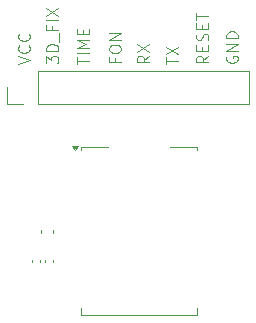
<source format=gbr>
%TF.GenerationSoftware,KiCad,Pcbnew,9.0.2*%
%TF.CreationDate,2025-12-17T16:44:21-05:00*%
%TF.ProjectId,Quectel_l96_Carrier_Board,51756563-7465-46c5-9f6c-39365f436172,rev?*%
%TF.SameCoordinates,Original*%
%TF.FileFunction,Legend,Top*%
%TF.FilePolarity,Positive*%
%FSLAX46Y46*%
G04 Gerber Fmt 4.6, Leading zero omitted, Abs format (unit mm)*
G04 Created by KiCad (PCBNEW 9.0.2) date 2025-12-17 16:44:21*
%MOMM*%
%LPD*%
G01*
G04 APERTURE LIST*
%ADD10C,0.100000*%
%ADD11C,0.120000*%
G04 APERTURE END LIST*
D10*
X144620038Y-37572306D02*
X144572419Y-37667544D01*
X144572419Y-37667544D02*
X144572419Y-37810401D01*
X144572419Y-37810401D02*
X144620038Y-37953258D01*
X144620038Y-37953258D02*
X144715276Y-38048496D01*
X144715276Y-38048496D02*
X144810514Y-38096115D01*
X144810514Y-38096115D02*
X145000990Y-38143734D01*
X145000990Y-38143734D02*
X145143847Y-38143734D01*
X145143847Y-38143734D02*
X145334323Y-38096115D01*
X145334323Y-38096115D02*
X145429561Y-38048496D01*
X145429561Y-38048496D02*
X145524800Y-37953258D01*
X145524800Y-37953258D02*
X145572419Y-37810401D01*
X145572419Y-37810401D02*
X145572419Y-37715163D01*
X145572419Y-37715163D02*
X145524800Y-37572306D01*
X145524800Y-37572306D02*
X145477180Y-37524687D01*
X145477180Y-37524687D02*
X145143847Y-37524687D01*
X145143847Y-37524687D02*
X145143847Y-37715163D01*
X145572419Y-37096115D02*
X144572419Y-37096115D01*
X144572419Y-37096115D02*
X145572419Y-36524687D01*
X145572419Y-36524687D02*
X144572419Y-36524687D01*
X145572419Y-36048496D02*
X144572419Y-36048496D01*
X144572419Y-36048496D02*
X144572419Y-35810401D01*
X144572419Y-35810401D02*
X144620038Y-35667544D01*
X144620038Y-35667544D02*
X144715276Y-35572306D01*
X144715276Y-35572306D02*
X144810514Y-35524687D01*
X144810514Y-35524687D02*
X145000990Y-35477068D01*
X145000990Y-35477068D02*
X145143847Y-35477068D01*
X145143847Y-35477068D02*
X145334323Y-35524687D01*
X145334323Y-35524687D02*
X145429561Y-35572306D01*
X145429561Y-35572306D02*
X145524800Y-35667544D01*
X145524800Y-35667544D02*
X145572419Y-35810401D01*
X145572419Y-35810401D02*
X145572419Y-36048496D01*
X143072419Y-37524687D02*
X142596228Y-37858020D01*
X143072419Y-38096115D02*
X142072419Y-38096115D01*
X142072419Y-38096115D02*
X142072419Y-37715163D01*
X142072419Y-37715163D02*
X142120038Y-37619925D01*
X142120038Y-37619925D02*
X142167657Y-37572306D01*
X142167657Y-37572306D02*
X142262895Y-37524687D01*
X142262895Y-37524687D02*
X142405752Y-37524687D01*
X142405752Y-37524687D02*
X142500990Y-37572306D01*
X142500990Y-37572306D02*
X142548609Y-37619925D01*
X142548609Y-37619925D02*
X142596228Y-37715163D01*
X142596228Y-37715163D02*
X142596228Y-38096115D01*
X142548609Y-37096115D02*
X142548609Y-36762782D01*
X143072419Y-36619925D02*
X143072419Y-37096115D01*
X143072419Y-37096115D02*
X142072419Y-37096115D01*
X142072419Y-37096115D02*
X142072419Y-36619925D01*
X143024800Y-36238972D02*
X143072419Y-36096115D01*
X143072419Y-36096115D02*
X143072419Y-35858020D01*
X143072419Y-35858020D02*
X143024800Y-35762782D01*
X143024800Y-35762782D02*
X142977180Y-35715163D01*
X142977180Y-35715163D02*
X142881942Y-35667544D01*
X142881942Y-35667544D02*
X142786704Y-35667544D01*
X142786704Y-35667544D02*
X142691466Y-35715163D01*
X142691466Y-35715163D02*
X142643847Y-35762782D01*
X142643847Y-35762782D02*
X142596228Y-35858020D01*
X142596228Y-35858020D02*
X142548609Y-36048496D01*
X142548609Y-36048496D02*
X142500990Y-36143734D01*
X142500990Y-36143734D02*
X142453371Y-36191353D01*
X142453371Y-36191353D02*
X142358133Y-36238972D01*
X142358133Y-36238972D02*
X142262895Y-36238972D01*
X142262895Y-36238972D02*
X142167657Y-36191353D01*
X142167657Y-36191353D02*
X142120038Y-36143734D01*
X142120038Y-36143734D02*
X142072419Y-36048496D01*
X142072419Y-36048496D02*
X142072419Y-35810401D01*
X142072419Y-35810401D02*
X142120038Y-35667544D01*
X142548609Y-35238972D02*
X142548609Y-34905639D01*
X143072419Y-34762782D02*
X143072419Y-35238972D01*
X143072419Y-35238972D02*
X142072419Y-35238972D01*
X142072419Y-35238972D02*
X142072419Y-34762782D01*
X142072419Y-34477067D02*
X142072419Y-33905639D01*
X143072419Y-34191353D02*
X142072419Y-34191353D01*
X139472419Y-38238972D02*
X139472419Y-37667544D01*
X140472419Y-37953258D02*
X139472419Y-37953258D01*
X139472419Y-37429448D02*
X140472419Y-36762782D01*
X139472419Y-36762782D02*
X140472419Y-37429448D01*
X138072419Y-37524687D02*
X137596228Y-37858020D01*
X138072419Y-38096115D02*
X137072419Y-38096115D01*
X137072419Y-38096115D02*
X137072419Y-37715163D01*
X137072419Y-37715163D02*
X137120038Y-37619925D01*
X137120038Y-37619925D02*
X137167657Y-37572306D01*
X137167657Y-37572306D02*
X137262895Y-37524687D01*
X137262895Y-37524687D02*
X137405752Y-37524687D01*
X137405752Y-37524687D02*
X137500990Y-37572306D01*
X137500990Y-37572306D02*
X137548609Y-37619925D01*
X137548609Y-37619925D02*
X137596228Y-37715163D01*
X137596228Y-37715163D02*
X137596228Y-38096115D01*
X137072419Y-37191353D02*
X138072419Y-36524687D01*
X137072419Y-36524687D02*
X138072419Y-37191353D01*
X135148609Y-37762782D02*
X135148609Y-38096115D01*
X135672419Y-38096115D02*
X134672419Y-38096115D01*
X134672419Y-38096115D02*
X134672419Y-37619925D01*
X134672419Y-37048496D02*
X134672419Y-36858020D01*
X134672419Y-36858020D02*
X134720038Y-36762782D01*
X134720038Y-36762782D02*
X134815276Y-36667544D01*
X134815276Y-36667544D02*
X135005752Y-36619925D01*
X135005752Y-36619925D02*
X135339085Y-36619925D01*
X135339085Y-36619925D02*
X135529561Y-36667544D01*
X135529561Y-36667544D02*
X135624800Y-36762782D01*
X135624800Y-36762782D02*
X135672419Y-36858020D01*
X135672419Y-36858020D02*
X135672419Y-37048496D01*
X135672419Y-37048496D02*
X135624800Y-37143734D01*
X135624800Y-37143734D02*
X135529561Y-37238972D01*
X135529561Y-37238972D02*
X135339085Y-37286591D01*
X135339085Y-37286591D02*
X135005752Y-37286591D01*
X135005752Y-37286591D02*
X134815276Y-37238972D01*
X134815276Y-37238972D02*
X134720038Y-37143734D01*
X134720038Y-37143734D02*
X134672419Y-37048496D01*
X135672419Y-36191353D02*
X134672419Y-36191353D01*
X134672419Y-36191353D02*
X135672419Y-35619925D01*
X135672419Y-35619925D02*
X134672419Y-35619925D01*
X131972419Y-38238972D02*
X131972419Y-37667544D01*
X132972419Y-37953258D02*
X131972419Y-37953258D01*
X132972419Y-37334210D02*
X131972419Y-37334210D01*
X132972419Y-36858020D02*
X131972419Y-36858020D01*
X131972419Y-36858020D02*
X132686704Y-36524687D01*
X132686704Y-36524687D02*
X131972419Y-36191354D01*
X131972419Y-36191354D02*
X132972419Y-36191354D01*
X132448609Y-35715163D02*
X132448609Y-35381830D01*
X132972419Y-35238973D02*
X132972419Y-35715163D01*
X132972419Y-35715163D02*
X131972419Y-35715163D01*
X131972419Y-35715163D02*
X131972419Y-35238973D01*
X129372419Y-38191353D02*
X129372419Y-37572306D01*
X129372419Y-37572306D02*
X129753371Y-37905639D01*
X129753371Y-37905639D02*
X129753371Y-37762782D01*
X129753371Y-37762782D02*
X129800990Y-37667544D01*
X129800990Y-37667544D02*
X129848609Y-37619925D01*
X129848609Y-37619925D02*
X129943847Y-37572306D01*
X129943847Y-37572306D02*
X130181942Y-37572306D01*
X130181942Y-37572306D02*
X130277180Y-37619925D01*
X130277180Y-37619925D02*
X130324800Y-37667544D01*
X130324800Y-37667544D02*
X130372419Y-37762782D01*
X130372419Y-37762782D02*
X130372419Y-38048496D01*
X130372419Y-38048496D02*
X130324800Y-38143734D01*
X130324800Y-38143734D02*
X130277180Y-38191353D01*
X130372419Y-37143734D02*
X129372419Y-37143734D01*
X129372419Y-37143734D02*
X129372419Y-36905639D01*
X129372419Y-36905639D02*
X129420038Y-36762782D01*
X129420038Y-36762782D02*
X129515276Y-36667544D01*
X129515276Y-36667544D02*
X129610514Y-36619925D01*
X129610514Y-36619925D02*
X129800990Y-36572306D01*
X129800990Y-36572306D02*
X129943847Y-36572306D01*
X129943847Y-36572306D02*
X130134323Y-36619925D01*
X130134323Y-36619925D02*
X130229561Y-36667544D01*
X130229561Y-36667544D02*
X130324800Y-36762782D01*
X130324800Y-36762782D02*
X130372419Y-36905639D01*
X130372419Y-36905639D02*
X130372419Y-37143734D01*
X130467657Y-36381830D02*
X130467657Y-35619925D01*
X129848609Y-35048496D02*
X129848609Y-35381829D01*
X130372419Y-35381829D02*
X129372419Y-35381829D01*
X129372419Y-35381829D02*
X129372419Y-34905639D01*
X130372419Y-34524686D02*
X129372419Y-34524686D01*
X129372419Y-34143734D02*
X130372419Y-33477068D01*
X129372419Y-33477068D02*
X130372419Y-34143734D01*
X126972419Y-38238972D02*
X127972419Y-37905639D01*
X127972419Y-37905639D02*
X126972419Y-37572306D01*
X127877180Y-36667544D02*
X127924800Y-36715163D01*
X127924800Y-36715163D02*
X127972419Y-36858020D01*
X127972419Y-36858020D02*
X127972419Y-36953258D01*
X127972419Y-36953258D02*
X127924800Y-37096115D01*
X127924800Y-37096115D02*
X127829561Y-37191353D01*
X127829561Y-37191353D02*
X127734323Y-37238972D01*
X127734323Y-37238972D02*
X127543847Y-37286591D01*
X127543847Y-37286591D02*
X127400990Y-37286591D01*
X127400990Y-37286591D02*
X127210514Y-37238972D01*
X127210514Y-37238972D02*
X127115276Y-37191353D01*
X127115276Y-37191353D02*
X127020038Y-37096115D01*
X127020038Y-37096115D02*
X126972419Y-36953258D01*
X126972419Y-36953258D02*
X126972419Y-36858020D01*
X126972419Y-36858020D02*
X127020038Y-36715163D01*
X127020038Y-36715163D02*
X127067657Y-36667544D01*
X127877180Y-35667544D02*
X127924800Y-35715163D01*
X127924800Y-35715163D02*
X127972419Y-35858020D01*
X127972419Y-35858020D02*
X127972419Y-35953258D01*
X127972419Y-35953258D02*
X127924800Y-36096115D01*
X127924800Y-36096115D02*
X127829561Y-36191353D01*
X127829561Y-36191353D02*
X127734323Y-36238972D01*
X127734323Y-36238972D02*
X127543847Y-36286591D01*
X127543847Y-36286591D02*
X127400990Y-36286591D01*
X127400990Y-36286591D02*
X127210514Y-36238972D01*
X127210514Y-36238972D02*
X127115276Y-36191353D01*
X127115276Y-36191353D02*
X127020038Y-36096115D01*
X127020038Y-36096115D02*
X126972419Y-35953258D01*
X126972419Y-35953258D02*
X126972419Y-35858020D01*
X126972419Y-35858020D02*
X127020038Y-35715163D01*
X127020038Y-35715163D02*
X127067657Y-35667544D01*
D11*
%TO.C,J1*%
X128670000Y-38820000D02*
X146560000Y-38820000D01*
X146560000Y-41580000D02*
X146560000Y-38820000D01*
X128670000Y-41580000D02*
X128670000Y-38820000D01*
X128670000Y-41580000D02*
X146560000Y-41580000D01*
X127400000Y-41580000D02*
X126020000Y-41580000D01*
X126020000Y-41580000D02*
X126020000Y-40200000D01*
%TO.C,C23*%
X128860000Y-54812164D02*
X128860000Y-55027836D01*
X128140000Y-54812164D02*
X128140000Y-55027836D01*
%TO.C,C22*%
X128890000Y-52540580D02*
X128890000Y-52259420D01*
X129910000Y-52540580D02*
X129910000Y-52259420D01*
%TO.C,C21*%
X129960000Y-54792164D02*
X129960000Y-55007836D01*
X129240000Y-54792164D02*
X129240000Y-55007836D01*
%TO.C,U5*%
X132290000Y-45230000D02*
X134590000Y-45230000D01*
X132290000Y-45530000D02*
X132290000Y-45230000D01*
X132290000Y-59450000D02*
X132290000Y-58900000D01*
X139810000Y-45230000D02*
X142110000Y-45230000D01*
X142110000Y-45230000D02*
X142110000Y-45530000D01*
X142110000Y-59450000D02*
X132290000Y-59450000D01*
X142110000Y-59450000D02*
X142110000Y-58900000D01*
X131770000Y-45530000D02*
X131530000Y-45200000D01*
X132010000Y-45200000D01*
X131770000Y-45530000D01*
G36*
X131770000Y-45530000D02*
G01*
X131530000Y-45200000D01*
X132010000Y-45200000D01*
X131770000Y-45530000D01*
G37*
%TD*%
M02*

</source>
